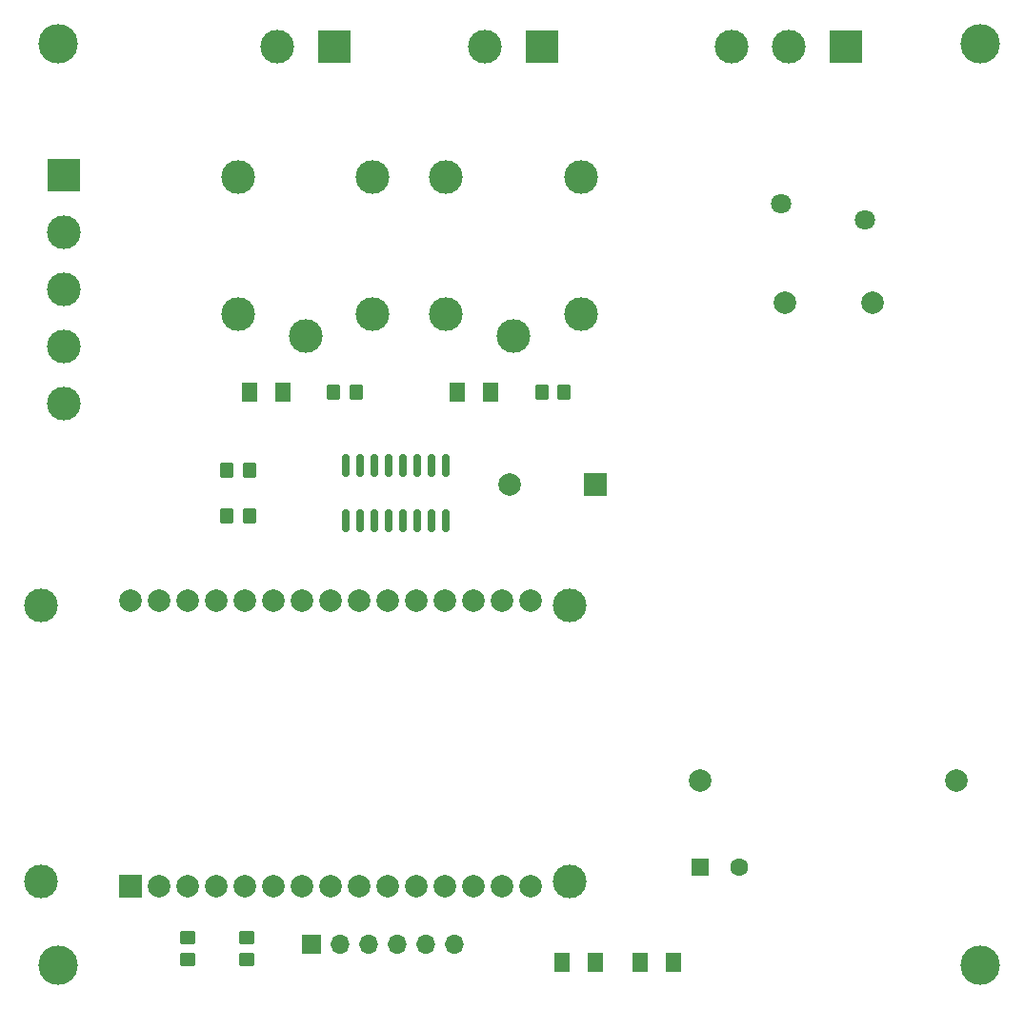
<source format=gbr>
%TF.GenerationSoftware,KiCad,Pcbnew,(6.0.7)*%
%TF.CreationDate,2022-11-19T09:32:58+05:30*%
%TF.ProjectId,ESP32_Drive,45535033-325f-4447-9269-76652e6b6963,rev?*%
%TF.SameCoordinates,Original*%
%TF.FileFunction,Soldermask,Top*%
%TF.FilePolarity,Negative*%
%FSLAX46Y46*%
G04 Gerber Fmt 4.6, Leading zero omitted, Abs format (unit mm)*
G04 Created by KiCad (PCBNEW (6.0.7)) date 2022-11-19 09:32:58*
%MOMM*%
%LPD*%
G01*
G04 APERTURE LIST*
G04 Aperture macros list*
%AMRoundRect*
0 Rectangle with rounded corners*
0 $1 Rounding radius*
0 $2 $3 $4 $5 $6 $7 $8 $9 X,Y pos of 4 corners*
0 Add a 4 corners polygon primitive as box body*
4,1,4,$2,$3,$4,$5,$6,$7,$8,$9,$2,$3,0*
0 Add four circle primitives for the rounded corners*
1,1,$1+$1,$2,$3*
1,1,$1+$1,$4,$5*
1,1,$1+$1,$6,$7*
1,1,$1+$1,$8,$9*
0 Add four rect primitives between the rounded corners*
20,1,$1+$1,$2,$3,$4,$5,0*
20,1,$1+$1,$4,$5,$6,$7,0*
20,1,$1+$1,$6,$7,$8,$9,0*
20,1,$1+$1,$8,$9,$2,$3,0*%
G04 Aperture macros list end*
%ADD10R,3.000000X3.000000*%
%ADD11C,3.000000*%
%ADD12R,2.000000X2.000000*%
%ADD13C,2.000000*%
%ADD14RoundRect,0.250001X0.462499X0.624999X-0.462499X0.624999X-0.462499X-0.624999X0.462499X-0.624999X0*%
%ADD15RoundRect,0.250000X0.450000X-0.350000X0.450000X0.350000X-0.450000X0.350000X-0.450000X-0.350000X0*%
%ADD16RoundRect,0.250000X0.350000X0.450000X-0.350000X0.450000X-0.350000X-0.450000X0.350000X-0.450000X0*%
%ADD17RoundRect,0.250001X-0.462499X-0.624999X0.462499X-0.624999X0.462499X0.624999X-0.462499X0.624999X0*%
%ADD18R,1.700000X1.700000*%
%ADD19O,1.700000X1.700000*%
%ADD20RoundRect,0.250000X-0.350000X-0.450000X0.350000X-0.450000X0.350000X0.450000X-0.350000X0.450000X0*%
%ADD21R,1.600000X1.600000*%
%ADD22C,1.600000*%
%ADD23C,3.500000*%
%ADD24C,1.800000*%
%ADD25RoundRect,0.150000X0.150000X-0.825000X0.150000X0.825000X-0.150000X0.825000X-0.150000X-0.825000X0*%
G04 APERTURE END LIST*
D10*
%TO.C,J2*%
X54500000Y-75750000D03*
D11*
X54500000Y-80830000D03*
X54500000Y-85910000D03*
X54500000Y-90990000D03*
X54500000Y-96070000D03*
%TD*%
%TO.C,U1*%
X52525000Y-113997500D03*
X99475000Y-113997500D03*
X52525000Y-138507500D03*
X99475000Y-138507500D03*
D12*
X60485000Y-138927500D03*
D13*
X63025000Y-138927500D03*
X65565000Y-138927500D03*
X68105000Y-138927500D03*
X70645000Y-138927500D03*
X73185000Y-138927500D03*
X75725000Y-138927500D03*
X78265000Y-138927500D03*
X80805000Y-138927500D03*
X83345000Y-138927500D03*
X85885000Y-138927500D03*
X88425000Y-138927500D03*
X90965000Y-138927500D03*
X93505000Y-138927500D03*
X96045000Y-138927500D03*
X96045000Y-113527500D03*
X93505000Y-113527500D03*
X90965000Y-113527500D03*
X88425000Y-113527500D03*
X85885000Y-113527500D03*
X83345000Y-113527500D03*
X80805000Y-113527500D03*
X78265000Y-113527500D03*
X75725000Y-113527500D03*
X73185000Y-113527500D03*
X70645000Y-113527500D03*
X68105000Y-113527500D03*
X65565000Y-113527500D03*
X63025000Y-113527500D03*
X60485000Y-113527500D03*
%TD*%
D14*
%TO.C,D4*%
X108750000Y-145750000D03*
X105775000Y-145750000D03*
%TD*%
%TO.C,D3*%
X101750000Y-145750000D03*
X98775000Y-145750000D03*
%TD*%
D15*
%TO.C,R6*%
X65500000Y-145500000D03*
X65500000Y-143500000D03*
%TD*%
%TO.C,R5*%
X70750000Y-145500000D03*
X70750000Y-143500000D03*
%TD*%
D12*
%TO.C,BZ1*%
X101750000Y-103250000D03*
D13*
X94150000Y-103250000D03*
%TD*%
D16*
%TO.C,R4*%
X71000000Y-102000000D03*
X69000000Y-102000000D03*
%TD*%
D10*
%TO.C,J1*%
X124080000Y-64250000D03*
D11*
X119000000Y-64250000D03*
X113920000Y-64250000D03*
%TD*%
D17*
%TO.C,D1*%
X71012500Y-95000000D03*
X73987500Y-95000000D03*
%TD*%
D18*
%TO.C,J5*%
X76550000Y-144100000D03*
D19*
X79090000Y-144100000D03*
X81630000Y-144100000D03*
X84170000Y-144100000D03*
X86710000Y-144100000D03*
X89250000Y-144100000D03*
%TD*%
D20*
%TO.C,R2*%
X97000000Y-95000000D03*
X99000000Y-95000000D03*
%TD*%
D21*
%TO.C,C1*%
X111097349Y-137250000D03*
D22*
X114597349Y-137250000D03*
%TD*%
D23*
%TO.C,H2*%
X136000000Y-146000000D03*
%TD*%
D24*
%TO.C,RV1*%
X125750000Y-79700000D03*
X118250000Y-78300000D03*
%TD*%
D11*
%TO.C,K2*%
X94500000Y-90050000D03*
X88500000Y-75850000D03*
X100500000Y-75850000D03*
X100500000Y-88050000D03*
X88500000Y-88050000D03*
%TD*%
D17*
%TO.C,D2*%
X89512500Y-95000000D03*
X92487500Y-95000000D03*
%TD*%
D23*
%TO.C,H4*%
X54000000Y-146000000D03*
%TD*%
%TO.C,H3*%
X136000000Y-64000000D03*
%TD*%
%TO.C,H1*%
X54000000Y-64000000D03*
%TD*%
D16*
%TO.C,R3*%
X71000000Y-106000000D03*
X69000000Y-106000000D03*
%TD*%
D25*
%TO.C,U2*%
X79555000Y-106475000D03*
X80825000Y-106475000D03*
X82095000Y-106475000D03*
X83365000Y-106475000D03*
X84635000Y-106475000D03*
X85905000Y-106475000D03*
X87175000Y-106475000D03*
X88445000Y-106475000D03*
X88445000Y-101525000D03*
X87175000Y-101525000D03*
X85905000Y-101525000D03*
X84635000Y-101525000D03*
X83365000Y-101525000D03*
X82095000Y-101525000D03*
X80825000Y-101525000D03*
X79555000Y-101525000D03*
%TD*%
D20*
%TO.C,R1*%
X78500000Y-95000000D03*
X80500000Y-95000000D03*
%TD*%
D11*
%TO.C,K1*%
X76000000Y-90050000D03*
X70000000Y-75850000D03*
X82000000Y-75850000D03*
X82000000Y-88050000D03*
X70000000Y-88050000D03*
%TD*%
D10*
%TO.C,J4*%
X97040000Y-64250000D03*
D11*
X91960000Y-64250000D03*
%TD*%
D13*
%TO.C,PS1*%
X126400000Y-87050000D03*
X118600000Y-87050000D03*
X133900000Y-129550000D03*
X111100000Y-129550000D03*
%TD*%
D10*
%TO.C,J3*%
X78540000Y-64250000D03*
D11*
X73460000Y-64250000D03*
%TD*%
M02*

</source>
